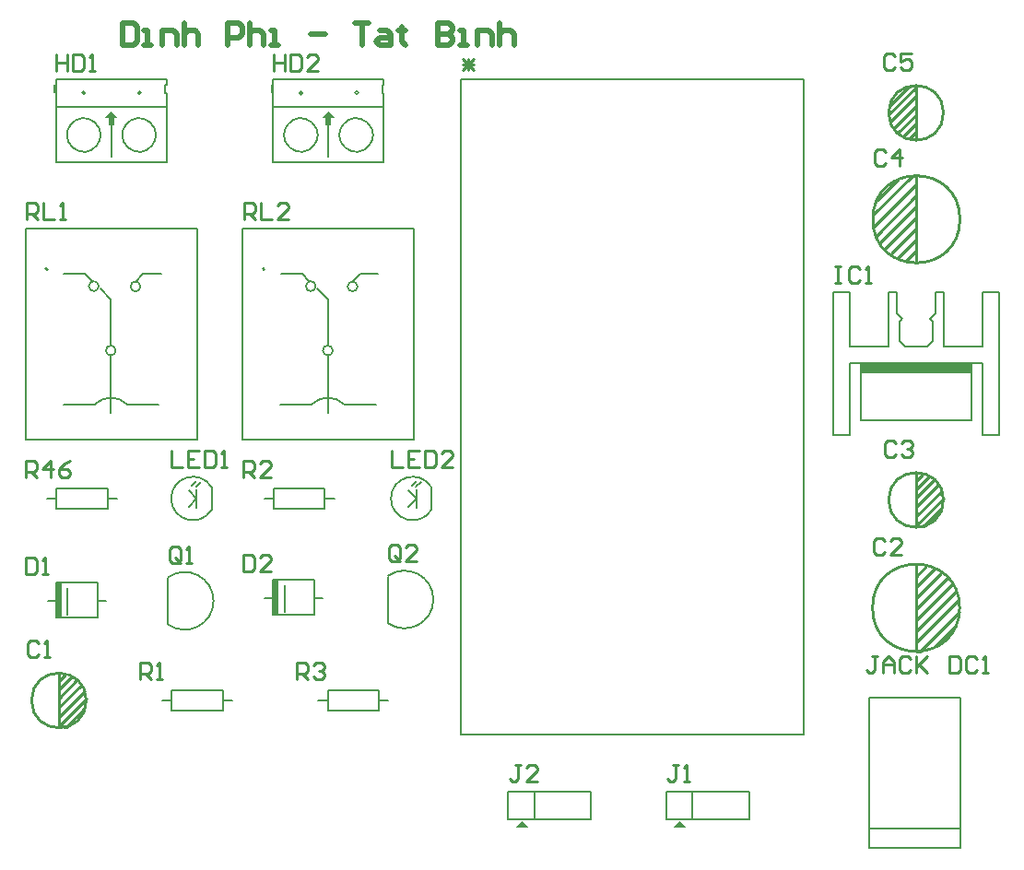
<source format=gto>
G04*
G04 #@! TF.GenerationSoftware,Altium Limited,Altium Designer,23.7.1 (13)*
G04*
G04 Layer_Color=65535*
%FSLAX44Y44*%
%MOMM*%
G71*
G04*
G04 #@! TF.SameCoordinates,3D622054-8652-465B-9F06-75010AC0AF96*
G04*
G04*
G04 #@! TF.FilePolarity,Positive*
G04*
G01*
G75*
%ADD10C,0.1778*%
%ADD11C,0.1780*%
%ADD12C,0.2000*%
%ADD13C,0.2540*%
%ADD14C,0.2032*%
%ADD15C,0.5000*%
%ADD16R,0.5080X3.2000*%
%ADD17R,10.1346X0.9144*%
G36*
X1003300Y347726D02*
X996950Y341376D01*
X1009650D01*
X1003300Y347726D01*
D02*
G37*
G36*
X1148334D02*
X1141984Y341376D01*
X1154684D01*
X1148334Y347726D01*
D02*
G37*
G36*
X626110Y999490D02*
X619760Y993140D01*
X623570D01*
Y986790D01*
X628650D01*
Y993140D01*
X632460D01*
X626110Y999490D01*
D02*
G37*
G36*
X825500D02*
X819150Y993140D01*
X822960D01*
Y986790D01*
X828040D01*
Y993140D01*
X831850D01*
X825500Y999490D01*
D02*
G37*
D10*
X813756Y838975D02*
G03*
X813756Y838975I-4522J0D01*
G01*
X852110Y838721D02*
G03*
X852110Y838721I-4522J0D01*
G01*
X829428Y779952D02*
G03*
X829428Y779952I-4522J0D01*
G01*
X839892Y730372D02*
G03*
X810427Y730626I-14859J-14605D01*
G01*
X809963Y989642D02*
G03*
X810288Y989361I-9863J-11742D01*
G01*
X853034Y1016762D02*
G03*
X853034Y1016762I-1626J0D01*
G01*
X801726Y1016508D02*
G03*
X801726Y1016508I-1626J0D01*
G01*
X860741Y989661D02*
G03*
X861088Y989361I-9841J-11761D01*
G01*
X640501Y730372D02*
G03*
X611037Y730626I-14859J-14605D01*
G01*
X630037Y779951D02*
G03*
X630037Y779951I-4522J0D01*
G01*
X652720Y838721D02*
G03*
X652720Y838721I-4522J0D01*
G01*
X614366Y838975D02*
G03*
X614366Y838975I-4522J0D01*
G01*
X661351Y989661D02*
G03*
X661698Y989361I-9841J-11761D01*
G01*
X602336Y1016508D02*
G03*
X602336Y1016508I-1626J0D01*
G01*
X653644Y1016762D02*
G03*
X653644Y1016762I-1626J0D01*
G01*
X610573Y989642D02*
G03*
X610898Y989361I-9863J-11742D01*
G01*
X672592Y458470D02*
X681482D01*
Y468122D02*
X728472D01*
Y458470D02*
X737108D01*
X681482Y448818D02*
X728472D01*
Y468122D01*
X681482Y448818D02*
Y468122D01*
X816102Y458470D02*
X824992D01*
Y468122D02*
X871982D01*
Y458470D02*
X880618D01*
X824992Y448818D02*
X871982D01*
Y468122D01*
X824992Y448818D02*
Y468122D01*
X815025Y836639D02*
X824931Y826733D01*
X847588Y843243D02*
X854446Y850101D01*
X871210D01*
X801106D02*
X807710Y843497D01*
X781802Y850101D02*
X801106D01*
X825160Y722942D02*
Y774822D01*
X824906Y784982D02*
Y826733D01*
X840146Y730118D02*
X868848D01*
X781218Y730372D02*
X810174D01*
X746450Y697956D02*
Y891860D01*
X904082Y697956D02*
Y891860D01*
X746450Y697956D02*
X904082D01*
X746450Y891860D02*
X904082D01*
X775208Y1003300D02*
X876046D01*
X774700Y952500D02*
Y990600D01*
X876300Y952500D02*
Y1016254D01*
X875030D02*
X876300D01*
X875030D02*
Y1024128D01*
X876300D01*
Y1028700D01*
X774700D02*
X876300D01*
X774700Y990600D02*
Y1028700D01*
X773176Y1017270D02*
Y1023620D01*
X825500Y957834D02*
Y996188D01*
X774700Y952500D02*
X876300D01*
X575310Y545846D02*
Y549910D01*
Y555244D01*
X585724Y537210D02*
Y561848D01*
X567690Y549910D02*
X575310D01*
X613410D02*
X621030D01*
X575310Y534420D02*
Y549910D01*
Y534420D02*
X613410D01*
Y566420D01*
X575310D02*
X613410D01*
X575310Y549910D02*
Y566420D01*
X622808Y643890D02*
X631698D01*
X575818Y634238D02*
X622808D01*
X567182Y643890D02*
X575818D01*
Y653542D02*
X622808D01*
X575818Y634238D02*
Y653542D01*
X622808Y634238D02*
Y653542D01*
X704088Y655066D02*
X708406Y659384D01*
X700024Y655828D02*
X704342Y660146D01*
X718292Y633896D02*
Y654008D01*
X696976Y651256D02*
X704342Y643890D01*
X696976Y636524D02*
X704342Y643890D01*
Y635254D02*
Y652018D01*
X774700Y552450D02*
Y568960D01*
X812800D01*
Y536960D02*
Y568960D01*
X774700Y536960D02*
X812800D01*
X774700D02*
Y552450D01*
X812800D02*
X820420D01*
X767080D02*
X774700D01*
X785114Y539750D02*
Y564388D01*
X774700Y552450D02*
Y557784D01*
Y548386D02*
Y552450D01*
X822198Y634238D02*
Y653542D01*
X775208Y634238D02*
Y653542D01*
X822198D01*
X766572Y643890D02*
X775208D01*
Y634238D02*
X822198D01*
Y643890D02*
X831088D01*
X906272Y635254D02*
Y652018D01*
X898906Y636524D02*
X906272Y643890D01*
X898906Y651256D02*
X906272Y643890D01*
X920222Y633896D02*
Y654008D01*
X901954Y655828D02*
X906272Y660146D01*
X906018Y655066D02*
X910336Y659384D01*
X1322070Y322580D02*
X1405890D01*
X1322070Y461010D02*
X1405890D01*
X1322070Y322580D02*
Y461010D01*
X1405890Y322580D02*
Y461010D01*
X1322070Y340360D02*
X1405890D01*
X1415669Y760730D02*
X1415796Y758952D01*
X1314450Y760730D02*
X1415669D01*
X1314704Y716026D02*
X1320546D01*
X1314450Y716280D02*
X1314704Y716026D01*
X1314450Y716280D02*
Y768350D01*
X1415796D01*
Y716280D02*
Y768350D01*
Y716280D02*
X1416050Y716026D01*
X1320546D02*
X1416050D01*
X1159764Y349250D02*
Y374396D01*
X1211834Y349250D02*
Y374650D01*
X1135634D02*
X1211834D01*
X1135634Y349250D02*
Y374650D01*
Y349250D02*
X1211834D01*
X1014730D02*
Y374396D01*
X1066800Y349250D02*
Y374650D01*
X990600D02*
X1066800D01*
X990600Y349250D02*
Y374650D01*
Y349250D02*
X1066800D01*
X547060Y891860D02*
X704692D01*
X547060Y697956D02*
X704692D01*
Y891860D01*
X547060Y697956D02*
Y891860D01*
X581827Y730372D02*
X610783D01*
X640755Y730118D02*
X669457D01*
X625515Y784982D02*
Y826733D01*
X625769Y722942D02*
Y774822D01*
X582411Y850101D02*
X601715D01*
X608319Y843497D01*
X655055Y850101D02*
X671819D01*
X648197Y843243D02*
X655055Y850101D01*
X615634Y836639D02*
X625541Y826733D01*
X575310Y952500D02*
X676910D01*
X626110Y957834D02*
Y996188D01*
X573786Y1017270D02*
Y1023620D01*
X575310Y990600D02*
Y1028700D01*
X676910D01*
Y1024128D02*
Y1028700D01*
X675640Y1024128D02*
X676910D01*
X675640Y1016254D02*
Y1024128D01*
Y1016254D02*
X676910D01*
Y952500D02*
Y1016254D01*
X575310Y952500D02*
Y990600D01*
X575818Y1003300D02*
X676656D01*
D11*
X718240Y654097D02*
G03*
X718202Y633795I-17251J-10119D01*
G01*
X920170Y654097D02*
G03*
X920132Y633795I-17251J-10119D01*
G01*
D12*
X678220Y528203D02*
G03*
X678220Y571618I15200J21707D01*
G01*
X880150Y529473D02*
G03*
X880150Y572887I15200J21707D01*
G01*
X677920Y528910D02*
Y570910D01*
X879850Y530180D02*
Y572180D01*
X1262380Y426720D02*
Y1028700D01*
X947420D02*
X1262380D01*
X947420Y426720D02*
Y1028700D01*
Y426720D02*
X1098210D01*
X1262380D01*
D13*
X1405250Y543560D02*
G03*
X1405250Y543560I-40000J0D01*
G01*
X1405530Y900430D02*
G03*
X1405530Y900430I-40000J0D01*
G01*
X1390396Y642620D02*
G03*
X1390396Y642620I-25146J0D01*
G01*
Y998220D02*
G03*
X1390396Y998220I-25146J0D01*
G01*
X602996Y458470D02*
G03*
X602996Y458470I-25146J0D01*
G01*
X765043Y855768D02*
X766135Y854676D01*
X1365250Y503560D02*
Y583560D01*
Y569976D02*
Y572008D01*
X1374902Y581660D01*
X1365250Y556514D02*
Y562356D01*
X1382014Y579120D01*
X1365250Y549148D02*
Y552196D01*
X1388364Y575310D01*
X1365250Y537718D02*
Y542290D01*
X1393952Y570992D01*
X1365250Y529844D02*
Y531876D01*
X1398524Y565150D01*
X1365250Y521716D02*
X1402080Y558546D01*
X1365250Y511556D02*
X1404112Y550418D01*
X1365758Y503682D02*
X1369060D01*
X1405128Y539750D01*
X1382522Y508000D02*
X1383030D01*
X1401064Y526034D01*
X1365530Y860430D02*
Y940430D01*
Y871982D02*
Y874014D01*
X1355878Y862330D02*
X1365530Y871982D01*
Y881634D02*
Y887476D01*
X1348766Y864870D02*
X1365530Y881634D01*
Y891794D02*
Y894842D01*
X1342416Y868680D02*
X1365530Y891794D01*
Y901700D02*
Y906272D01*
X1336828Y872998D02*
X1365530Y901700D01*
Y912114D02*
Y914146D01*
X1332256Y878840D02*
X1365530Y912114D01*
X1328700Y885444D02*
X1365530Y922274D01*
X1326668Y893572D02*
X1365530Y932434D01*
X1361720Y940308D02*
X1365022D01*
X1325652Y904240D02*
X1361720Y940308D01*
X1347750Y935990D02*
X1348258D01*
X1329716Y917956D02*
X1347750Y935990D01*
X1365250Y617728D02*
Y667766D01*
Y655828D02*
Y659892D01*
Y655828D02*
Y660146D01*
X1371346Y666242D01*
X1365250Y652272D02*
Y652526D01*
X1376934Y664210D01*
X1365250Y644652D02*
X1381760Y661162D01*
X1365250Y635254D02*
Y636270D01*
X1385316Y656336D01*
X1365250Y627126D02*
Y627380D01*
X1388872Y651002D01*
X1365250Y618998D02*
X1390396Y644144D01*
X1369822Y618236D02*
X1371854D01*
X1389126Y635508D01*
X1365250Y973074D02*
Y1023112D01*
Y980948D02*
Y985012D01*
Y980694D02*
Y985012D01*
X1359154Y974598D02*
X1365250Y980694D01*
Y988314D02*
Y988568D01*
X1353566Y976630D02*
X1365250Y988314D01*
X1348740Y979678D02*
X1365250Y996188D01*
Y1004570D02*
Y1005586D01*
X1345184Y984504D02*
X1365250Y1004570D01*
Y1013460D02*
Y1013714D01*
X1341628Y989838D02*
X1365250Y1013460D01*
X1340104Y996696D02*
X1365250Y1021842D01*
X1358646Y1022604D02*
X1360678D01*
X1341374Y1005332D02*
X1358646Y1022604D01*
X577850Y433578D02*
Y483616D01*
Y471678D02*
Y475742D01*
Y471678D02*
Y475996D01*
X583946Y482092D01*
X577850Y468122D02*
Y468376D01*
X589534Y480060D01*
X577850Y460502D02*
X594360Y477012D01*
X577850Y451104D02*
Y452120D01*
X597916Y472186D01*
X577850Y442976D02*
Y443230D01*
X601472Y466852D01*
X577850Y434848D02*
X602996Y459994D01*
X582422Y434086D02*
X584454D01*
X601726Y451358D01*
X565652Y855768D02*
X566745Y854676D01*
X748030Y900430D02*
Y915665D01*
X755648D01*
X758187Y913126D01*
Y908047D01*
X755648Y905508D01*
X748030D01*
X753108D02*
X758187Y900430D01*
X763265Y915665D02*
Y900430D01*
X773422D01*
X788657D02*
X778500D01*
X788657Y910587D01*
Y913126D01*
X786118Y915665D01*
X781039D01*
X778500Y913126D01*
X548640Y900430D02*
Y915665D01*
X556258D01*
X558797Y913126D01*
Y908047D01*
X556258Y905508D01*
X548640D01*
X553718D02*
X558797Y900430D01*
X563875Y915665D02*
Y900430D01*
X574032D01*
X579110D02*
X584188D01*
X581649D01*
Y915665D01*
X579110Y913126D01*
X547624Y663448D02*
Y678683D01*
X555242D01*
X557781Y676144D01*
Y671066D01*
X555242Y668526D01*
X547624D01*
X552702D02*
X557781Y663448D01*
X570477D02*
Y678683D01*
X562859Y671066D01*
X573016D01*
X588251Y678683D02*
X583172Y676144D01*
X578094Y671066D01*
Y665987D01*
X580633Y663448D01*
X585712D01*
X588251Y665987D01*
Y668526D01*
X585712Y671066D01*
X578094D01*
X796290Y478028D02*
Y493263D01*
X803907D01*
X806447Y490724D01*
Y485645D01*
X803907Y483106D01*
X796290D01*
X801368D02*
X806447Y478028D01*
X811525Y490724D02*
X814064Y493263D01*
X819143D01*
X821682Y490724D01*
Y488185D01*
X819143Y485645D01*
X816603D01*
X819143D01*
X821682Y483106D01*
Y480567D01*
X819143Y478028D01*
X814064D01*
X811525Y480567D01*
X747014Y663448D02*
Y678683D01*
X754632D01*
X757171Y676144D01*
Y671066D01*
X754632Y668526D01*
X747014D01*
X752092D02*
X757171Y663448D01*
X772406D02*
X762249D01*
X772406Y673605D01*
Y676144D01*
X769867Y678683D01*
X764788D01*
X762249Y676144D01*
X652780Y478028D02*
Y493263D01*
X660397D01*
X662937Y490724D01*
Y485645D01*
X660397Y483106D01*
X652780D01*
X657858D02*
X662937Y478028D01*
X668015D02*
X673093D01*
X670554D01*
Y493263D01*
X668015Y490724D01*
X891537Y588771D02*
Y598928D01*
X888997Y601467D01*
X883919D01*
X881380Y598928D01*
Y588771D01*
X883919Y586232D01*
X888997D01*
X886458Y591310D02*
X891537Y586232D01*
X888997D02*
X891537Y588771D01*
X906772Y586232D02*
X896615D01*
X906772Y596389D01*
Y598928D01*
X904233Y601467D01*
X899154D01*
X896615Y598928D01*
X689607Y587501D02*
Y597658D01*
X687067Y600197D01*
X681989D01*
X679450Y597658D01*
Y587501D01*
X681989Y584962D01*
X687067D01*
X684528Y590040D02*
X689607Y584962D01*
X687067D02*
X689607Y587501D01*
X694685Y584962D02*
X699763D01*
X697224D01*
Y600197D01*
X694685Y597658D01*
X883666Y687827D02*
Y672592D01*
X893823D01*
X909058Y687827D02*
X898901D01*
Y672592D01*
X909058D01*
X898901Y680210D02*
X903979D01*
X914136Y687827D02*
Y672592D01*
X921754D01*
X924293Y675131D01*
Y685288D01*
X921754Y687827D01*
X914136D01*
X939528Y672592D02*
X929371D01*
X939528Y682749D01*
Y685288D01*
X936989Y687827D01*
X931910D01*
X929371Y685288D01*
X681482Y687827D02*
Y672592D01*
X691639D01*
X706874Y687827D02*
X696717D01*
Y672592D01*
X706874D01*
X696717Y680210D02*
X701795D01*
X711952Y687827D02*
Y672592D01*
X719570D01*
X722109Y675131D01*
Y685288D01*
X719570Y687827D01*
X711952D01*
X727187Y672592D02*
X732266D01*
X729726D01*
Y687827D01*
X727187Y685288D01*
X1329941Y498851D02*
X1324862D01*
X1327401D01*
Y486155D01*
X1324862Y483616D01*
X1322323D01*
X1319784Y486155D01*
X1335019Y483616D02*
Y493773D01*
X1340097Y498851D01*
X1345176Y493773D01*
Y483616D01*
Y491233D01*
X1335019D01*
X1360411Y496312D02*
X1357872Y498851D01*
X1352793D01*
X1350254Y496312D01*
Y486155D01*
X1352793Y483616D01*
X1357872D01*
X1360411Y486155D01*
X1365489Y498851D02*
Y483616D01*
Y488694D01*
X1375646Y498851D01*
X1368028Y491233D01*
X1375646Y483616D01*
X1395959Y498851D02*
Y483616D01*
X1403577D01*
X1406116Y486155D01*
Y496312D01*
X1403577Y498851D01*
X1395959D01*
X1421351Y496312D02*
X1418812Y498851D01*
X1413734D01*
X1411194Y496312D01*
Y486155D01*
X1413734Y483616D01*
X1418812D01*
X1421351Y486155D01*
X1426429Y483616D02*
X1431508D01*
X1428969D01*
Y498851D01*
X1426429Y496312D01*
X1002535Y398775D02*
X997456D01*
X999995D01*
Y386079D01*
X997456Y383540D01*
X994917D01*
X992378Y386079D01*
X1017770Y383540D02*
X1007613D01*
X1017770Y393697D01*
Y396236D01*
X1015231Y398775D01*
X1010152D01*
X1007613Y396236D01*
X1147315Y398775D02*
X1142236D01*
X1144775D01*
Y386079D01*
X1142236Y383540D01*
X1139697D01*
X1137158Y386079D01*
X1152393Y383540D02*
X1157471D01*
X1154932D01*
Y398775D01*
X1152393Y396236D01*
X1290574Y856991D02*
X1295652D01*
X1293113D01*
Y841756D01*
X1290574D01*
X1295652D01*
X1313427Y854452D02*
X1310887Y856991D01*
X1305809D01*
X1303270Y854452D01*
Y844295D01*
X1305809Y841756D01*
X1310887D01*
X1313427Y844295D01*
X1318505Y841756D02*
X1323583D01*
X1321044D01*
Y856991D01*
X1318505Y854452D01*
X774954Y1052317D02*
Y1037082D01*
Y1044699D01*
X785111D01*
Y1052317D01*
Y1037082D01*
X790189Y1052317D02*
Y1037082D01*
X797807D01*
X800346Y1039621D01*
Y1049778D01*
X797807Y1052317D01*
X790189D01*
X815581Y1037082D02*
X805424D01*
X815581Y1047239D01*
Y1049778D01*
X813042Y1052317D01*
X807963D01*
X805424Y1049778D01*
X575310Y1052317D02*
Y1037082D01*
Y1044699D01*
X585467D01*
Y1052317D01*
Y1037082D01*
X590545Y1052317D02*
Y1037082D01*
X598163D01*
X600702Y1039621D01*
Y1049778D01*
X598163Y1052317D01*
X590545D01*
X605780Y1037082D02*
X610858D01*
X608319D01*
Y1052317D01*
X605780Y1049778D01*
X747014Y592577D02*
Y577342D01*
X754632D01*
X757171Y579881D01*
Y590038D01*
X754632Y592577D01*
X747014D01*
X772406Y577342D02*
X762249D01*
X772406Y587499D01*
Y590038D01*
X769867Y592577D01*
X764788D01*
X762249Y590038D01*
X547624Y590037D02*
Y574802D01*
X555242D01*
X557781Y577341D01*
Y587498D01*
X555242Y590037D01*
X547624D01*
X562859Y574802D02*
X567937D01*
X565398D01*
Y590037D01*
X562859Y587498D01*
X1345689Y1050286D02*
X1343150Y1052825D01*
X1338071D01*
X1335532Y1050286D01*
Y1040129D01*
X1338071Y1037590D01*
X1343150D01*
X1345689Y1040129D01*
X1360924Y1052825D02*
X1350767D01*
Y1045208D01*
X1355845Y1047747D01*
X1358385D01*
X1360924Y1045208D01*
Y1040129D01*
X1358385Y1037590D01*
X1353306D01*
X1350767Y1040129D01*
X1337053Y961894D02*
X1334514Y964433D01*
X1329435D01*
X1326896Y961894D01*
Y951737D01*
X1329435Y949198D01*
X1334514D01*
X1337053Y951737D01*
X1349749Y949198D02*
Y964433D01*
X1342131Y956815D01*
X1352288D01*
X1346705Y694686D02*
X1344165Y697225D01*
X1339087D01*
X1336548Y694686D01*
Y684529D01*
X1339087Y681990D01*
X1344165D01*
X1346705Y684529D01*
X1351783Y694686D02*
X1354322Y697225D01*
X1359401D01*
X1361940Y694686D01*
Y692147D01*
X1359401Y689607D01*
X1356861D01*
X1359401D01*
X1361940Y687068D01*
Y684529D01*
X1359401Y681990D01*
X1354322D01*
X1351783Y684529D01*
X1336799Y605024D02*
X1334259Y607563D01*
X1329181D01*
X1326642Y605024D01*
Y594867D01*
X1329181Y592328D01*
X1334259D01*
X1336799Y594867D01*
X1352034Y592328D02*
X1341877D01*
X1352034Y602485D01*
Y605024D01*
X1349495Y607563D01*
X1344416D01*
X1341877Y605024D01*
X559305Y510536D02*
X556766Y513075D01*
X551687D01*
X549148Y510536D01*
Y500379D01*
X551687Y497840D01*
X556766D01*
X559305Y500379D01*
X564383Y497840D02*
X569461D01*
X566922D01*
Y513075D01*
X564383Y510536D01*
X948944Y1047492D02*
X959101Y1037335D01*
X948944D02*
X959101Y1047492D01*
X948944Y1042413D02*
X959101D01*
X954022Y1037335D02*
Y1047492D01*
D14*
X1304290Y768350D02*
X1426210D01*
X1441450Y702310D02*
Y833120D01*
X1426210D02*
X1441450D01*
X1426210Y783590D02*
Y833120D01*
X1390650Y783590D02*
X1426210D01*
X1390650D02*
Y833120D01*
X1383030D02*
X1390650D01*
X1383030Y814070D02*
Y833120D01*
X1377950Y808990D02*
X1383030Y814070D01*
X1377950Y808990D02*
X1380490Y806450D01*
Y788670D02*
Y806450D01*
X1375410Y783590D02*
X1380490Y788670D01*
X1350010D02*
X1355090Y783590D01*
X1350010Y788670D02*
Y806450D01*
X1352550Y808990D01*
X1347470Y814070D02*
X1352550Y808990D01*
X1347470Y814070D02*
Y833120D01*
X1339850D02*
X1347470D01*
X1339850Y783590D02*
Y833120D01*
X1304290Y783590D02*
X1339850D01*
X1304290D02*
Y833120D01*
X1289050D02*
X1304290D01*
X1355090Y783590D02*
X1375410D01*
X1289050Y702310D02*
Y833120D01*
Y702310D02*
X1304290D01*
Y768350D01*
X1426210Y702310D02*
Y768350D01*
Y702310D02*
X1441450D01*
D15*
X636190Y1080363D02*
Y1060370D01*
X646187D01*
X649519Y1063702D01*
Y1077031D01*
X646187Y1080363D01*
X636190D01*
X656183Y1060370D02*
X662848D01*
X659516D01*
Y1073699D01*
X656183D01*
X672845Y1060370D02*
Y1073699D01*
X682842D01*
X686174Y1070367D01*
Y1060370D01*
X692838Y1080363D02*
Y1060370D01*
Y1070367D01*
X696171Y1073699D01*
X702835D01*
X706167Y1070367D01*
Y1060370D01*
X732825D02*
Y1080363D01*
X742822D01*
X746154Y1077031D01*
Y1070367D01*
X742822Y1067035D01*
X732825D01*
X752819Y1080363D02*
Y1060370D01*
Y1070367D01*
X756151Y1073699D01*
X762816D01*
X766148Y1070367D01*
Y1060370D01*
X772813D02*
X779477D01*
X776145D01*
Y1073699D01*
X772813D01*
X809467Y1070367D02*
X822796D01*
X849455Y1080363D02*
X862784D01*
X856119D01*
Y1060370D01*
X872780Y1073699D02*
X879445D01*
X882777Y1070367D01*
Y1060370D01*
X872780D01*
X869448Y1063702D01*
X872780Y1067035D01*
X882777D01*
X892774Y1077031D02*
Y1073699D01*
X889442D01*
X896106D01*
X892774D01*
Y1063702D01*
X896106Y1060370D01*
X926096Y1080363D02*
Y1060370D01*
X936093D01*
X939426Y1063702D01*
Y1067035D01*
X936093Y1070367D01*
X926096D01*
X936093D01*
X939426Y1073699D01*
Y1077031D01*
X936093Y1080363D01*
X926096D01*
X946090Y1060370D02*
X952755D01*
X949422D01*
Y1073699D01*
X946090D01*
X962751Y1060370D02*
Y1073699D01*
X972748D01*
X976080Y1070367D01*
Y1060370D01*
X982745Y1080363D02*
Y1060370D01*
Y1070367D01*
X986077Y1073699D01*
X992742D01*
X996074Y1070367D01*
Y1060370D01*
D16*
X577879Y550420D02*
D03*
X777271Y552960D02*
D03*
D17*
X1364869Y763524D02*
D03*
M02*

</source>
